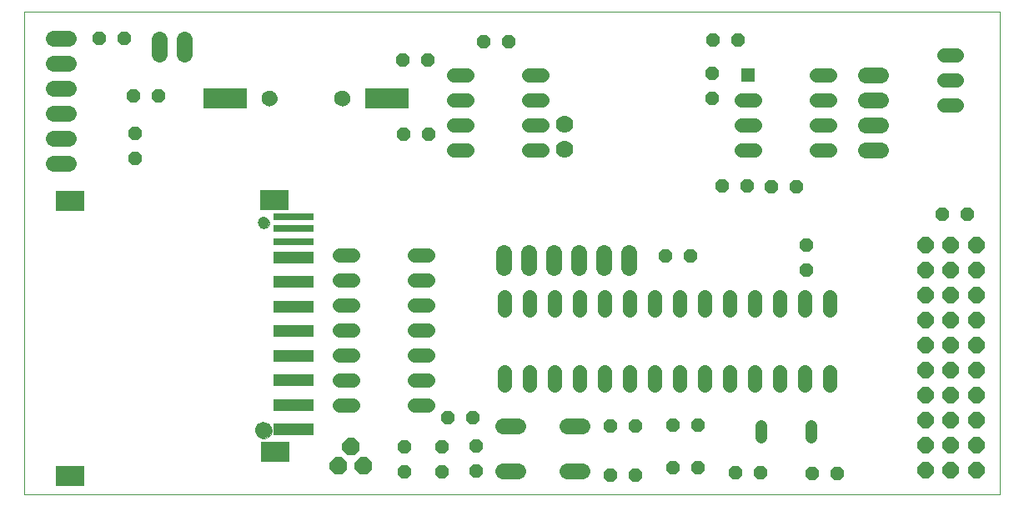
<source format=gts>
G75*
%MOIN*%
%OFA0B0*%
%FSLAX24Y24*%
%IPPOS*%
%LPD*%
%AMOC8*
5,1,8,0,0,1.08239X$1,22.5*
%
%ADD10C,0.0000*%
%ADD11OC8,0.0700*%
%ADD12R,0.1142X0.0827*%
%ADD13R,0.1615X0.0316*%
%ADD14R,0.1615X0.0512*%
%ADD15C,0.0473*%
%ADD16C,0.0670*%
%ADD17C,0.0560*%
%ADD18OC8,0.0640*%
%ADD19R,0.0560X0.0560*%
%ADD20C,0.0640*%
%ADD21C,0.0480*%
%ADD22OC8,0.0560*%
%ADD23R,0.1772X0.0827*%
%ADD24C,0.0631*%
%ADD25C,0.0700*%
D10*
X000180Y000550D02*
X000180Y019841D01*
X039156Y019841D01*
X039156Y000550D01*
X000180Y000550D01*
X009432Y003085D02*
X009434Y003120D01*
X009440Y003155D01*
X009450Y003189D01*
X009463Y003222D01*
X009480Y003253D01*
X009501Y003281D01*
X009524Y003308D01*
X009551Y003331D01*
X009579Y003352D01*
X009610Y003369D01*
X009643Y003382D01*
X009677Y003392D01*
X009712Y003398D01*
X009747Y003400D01*
X009782Y003398D01*
X009817Y003392D01*
X009851Y003382D01*
X009884Y003369D01*
X009915Y003352D01*
X009943Y003331D01*
X009970Y003308D01*
X009993Y003281D01*
X010014Y003253D01*
X010031Y003222D01*
X010044Y003189D01*
X010054Y003155D01*
X010060Y003120D01*
X010062Y003085D01*
X010060Y003050D01*
X010054Y003015D01*
X010044Y002981D01*
X010031Y002948D01*
X010014Y002917D01*
X009993Y002889D01*
X009970Y002862D01*
X009943Y002839D01*
X009915Y002818D01*
X009884Y002801D01*
X009851Y002788D01*
X009817Y002778D01*
X009782Y002772D01*
X009747Y002770D01*
X009712Y002772D01*
X009677Y002778D01*
X009643Y002788D01*
X009610Y002801D01*
X009579Y002818D01*
X009551Y002839D01*
X009524Y002862D01*
X009501Y002889D01*
X009480Y002917D01*
X009463Y002948D01*
X009450Y002981D01*
X009440Y003015D01*
X009434Y003050D01*
X009432Y003085D01*
X009530Y011392D02*
X009532Y011421D01*
X009538Y011449D01*
X009547Y011477D01*
X009560Y011503D01*
X009577Y011526D01*
X009596Y011548D01*
X009618Y011567D01*
X009643Y011582D01*
X009669Y011595D01*
X009697Y011603D01*
X009725Y011608D01*
X009754Y011609D01*
X009783Y011606D01*
X009811Y011599D01*
X009838Y011589D01*
X009864Y011575D01*
X009887Y011558D01*
X009908Y011538D01*
X009926Y011515D01*
X009941Y011490D01*
X009952Y011463D01*
X009960Y011435D01*
X009964Y011406D01*
X009964Y011378D01*
X009960Y011349D01*
X009952Y011321D01*
X009941Y011294D01*
X009926Y011269D01*
X009908Y011246D01*
X009887Y011226D01*
X009864Y011209D01*
X009838Y011195D01*
X009811Y011185D01*
X009783Y011178D01*
X009754Y011175D01*
X009725Y011176D01*
X009697Y011181D01*
X009669Y011189D01*
X009643Y011202D01*
X009618Y011217D01*
X009596Y011236D01*
X009577Y011258D01*
X009560Y011281D01*
X009547Y011307D01*
X009538Y011335D01*
X009532Y011363D01*
X009530Y011392D01*
X009676Y016376D02*
X009678Y016410D01*
X009684Y016444D01*
X009694Y016477D01*
X009707Y016508D01*
X009725Y016538D01*
X009745Y016566D01*
X009769Y016591D01*
X009795Y016613D01*
X009823Y016631D01*
X009854Y016647D01*
X009886Y016659D01*
X009920Y016667D01*
X009954Y016671D01*
X009988Y016671D01*
X010022Y016667D01*
X010056Y016659D01*
X010088Y016647D01*
X010118Y016631D01*
X010147Y016613D01*
X010173Y016591D01*
X010197Y016566D01*
X010217Y016538D01*
X010235Y016508D01*
X010248Y016477D01*
X010258Y016444D01*
X010264Y016410D01*
X010266Y016376D01*
X010264Y016342D01*
X010258Y016308D01*
X010248Y016275D01*
X010235Y016244D01*
X010217Y016214D01*
X010197Y016186D01*
X010173Y016161D01*
X010147Y016139D01*
X010119Y016121D01*
X010088Y016105D01*
X010056Y016093D01*
X010022Y016085D01*
X009988Y016081D01*
X009954Y016081D01*
X009920Y016085D01*
X009886Y016093D01*
X009854Y016105D01*
X009823Y016121D01*
X009795Y016139D01*
X009769Y016161D01*
X009745Y016186D01*
X009725Y016214D01*
X009707Y016244D01*
X009694Y016275D01*
X009684Y016308D01*
X009678Y016342D01*
X009676Y016376D01*
X012590Y016376D02*
X012592Y016410D01*
X012598Y016444D01*
X012608Y016477D01*
X012621Y016508D01*
X012639Y016538D01*
X012659Y016566D01*
X012683Y016591D01*
X012709Y016613D01*
X012737Y016631D01*
X012768Y016647D01*
X012800Y016659D01*
X012834Y016667D01*
X012868Y016671D01*
X012902Y016671D01*
X012936Y016667D01*
X012970Y016659D01*
X013002Y016647D01*
X013032Y016631D01*
X013061Y016613D01*
X013087Y016591D01*
X013111Y016566D01*
X013131Y016538D01*
X013149Y016508D01*
X013162Y016477D01*
X013172Y016444D01*
X013178Y016410D01*
X013180Y016376D01*
X013178Y016342D01*
X013172Y016308D01*
X013162Y016275D01*
X013149Y016244D01*
X013131Y016214D01*
X013111Y016186D01*
X013087Y016161D01*
X013061Y016139D01*
X013033Y016121D01*
X013002Y016105D01*
X012970Y016093D01*
X012936Y016085D01*
X012902Y016081D01*
X012868Y016081D01*
X012834Y016085D01*
X012800Y016093D01*
X012768Y016105D01*
X012737Y016121D01*
X012709Y016139D01*
X012683Y016161D01*
X012659Y016186D01*
X012639Y016214D01*
X012621Y016244D01*
X012608Y016275D01*
X012598Y016308D01*
X012592Y016342D01*
X012590Y016376D01*
D11*
X013231Y002433D03*
X012731Y001683D03*
X013731Y001683D03*
D12*
X010219Y002219D03*
X001991Y001274D03*
X001991Y012258D03*
X010180Y012298D03*
D13*
X010928Y011628D03*
X010928Y011156D03*
X010928Y010644D03*
D14*
X010928Y010014D03*
X010928Y009030D03*
X010928Y008046D03*
X010928Y007061D03*
X010928Y006077D03*
X010928Y005093D03*
X010928Y004109D03*
X010928Y003124D03*
D15*
X009747Y011392D03*
D16*
X009747Y003085D03*
D17*
X012786Y004085D02*
X013306Y004085D01*
X013306Y005085D02*
X012786Y005085D01*
X012786Y006085D02*
X013306Y006085D01*
X013306Y007085D02*
X012786Y007085D01*
X012786Y008085D02*
X013306Y008085D01*
X013306Y009085D02*
X012786Y009085D01*
X012786Y010085D02*
X013306Y010085D01*
X015786Y010085D02*
X016306Y010085D01*
X016306Y009085D02*
X015786Y009085D01*
X015786Y008085D02*
X016306Y008085D01*
X016306Y007085D02*
X015786Y007085D01*
X015786Y006085D02*
X016306Y006085D01*
X016306Y005085D02*
X015786Y005085D01*
X015786Y004085D02*
X016306Y004085D01*
X019369Y004916D02*
X019369Y005436D01*
X020369Y005436D02*
X020369Y004916D01*
X021369Y004916D02*
X021369Y005436D01*
X022369Y005436D02*
X022369Y004916D01*
X023369Y004916D02*
X023369Y005436D01*
X024369Y005436D02*
X024369Y004916D01*
X025369Y004916D02*
X025369Y005436D01*
X026369Y005436D02*
X026369Y004916D01*
X027369Y004916D02*
X027369Y005436D01*
X028369Y005436D02*
X028369Y004916D01*
X029369Y004916D02*
X029369Y005436D01*
X030369Y005436D02*
X030369Y004916D01*
X031369Y004916D02*
X031369Y005436D01*
X032369Y005436D02*
X032369Y004916D01*
X032369Y007916D02*
X032369Y008436D01*
X031369Y008436D02*
X031369Y007916D01*
X030369Y007916D02*
X030369Y008436D01*
X029369Y008436D02*
X029369Y007916D01*
X028369Y007916D02*
X028369Y008436D01*
X027369Y008436D02*
X027369Y007916D01*
X026369Y007916D02*
X026369Y008436D01*
X025369Y008436D02*
X025369Y007916D01*
X024369Y007916D02*
X024369Y008436D01*
X023369Y008436D02*
X023369Y007916D01*
X022369Y007916D02*
X022369Y008436D01*
X021369Y008436D02*
X021369Y007916D01*
X020369Y007916D02*
X020369Y008436D01*
X019369Y008436D02*
X019369Y007916D01*
X020341Y014306D02*
X020861Y014306D01*
X020861Y015306D02*
X020341Y015306D01*
X020341Y016306D02*
X020861Y016306D01*
X020861Y017306D02*
X020341Y017306D01*
X017861Y017306D02*
X017341Y017306D01*
X017341Y016306D02*
X017861Y016306D01*
X017861Y015306D02*
X017341Y015306D01*
X017341Y014306D02*
X017861Y014306D01*
X028837Y014306D02*
X029357Y014306D01*
X029357Y015306D02*
X028837Y015306D01*
X028837Y016306D02*
X029357Y016306D01*
X031837Y016306D02*
X032357Y016306D01*
X032357Y017306D02*
X031837Y017306D01*
X031837Y015306D02*
X032357Y015306D01*
X032357Y014306D02*
X031837Y014306D01*
X036928Y016085D02*
X037448Y016085D01*
X037448Y017085D02*
X036928Y017085D01*
X036928Y018085D02*
X037448Y018085D01*
D18*
X037211Y010491D03*
X036211Y010491D03*
X036211Y009491D03*
X037211Y009491D03*
X038231Y009510D03*
X038231Y008510D03*
X037211Y008491D03*
X036211Y008491D03*
X036211Y007491D03*
X037211Y007491D03*
X038231Y007510D03*
X038231Y006510D03*
X037211Y006491D03*
X036211Y006491D03*
X036211Y005491D03*
X037211Y005491D03*
X038231Y005510D03*
X038231Y004510D03*
X037211Y004491D03*
X036211Y004491D03*
X036211Y003491D03*
X037211Y003491D03*
X038231Y003510D03*
X038231Y002510D03*
X037211Y002491D03*
X036211Y002491D03*
X036211Y001491D03*
X037211Y001491D03*
X038231Y001510D03*
X038231Y010510D03*
D19*
X029097Y017306D03*
D20*
X033805Y017286D02*
X034405Y017286D01*
X034405Y016286D02*
X033805Y016286D01*
X033805Y015286D02*
X034405Y015286D01*
X034405Y014286D02*
X033805Y014286D01*
X024341Y010212D02*
X024341Y009612D01*
X023341Y009612D02*
X023341Y010212D01*
X022341Y010212D02*
X022341Y009612D01*
X021341Y009612D02*
X021341Y010212D01*
X020341Y010212D02*
X020341Y009612D01*
X019341Y009612D02*
X019341Y010212D01*
X019309Y003251D02*
X019909Y003251D01*
X021869Y003251D02*
X022469Y003251D01*
X022469Y001471D02*
X021869Y001471D01*
X019909Y001471D02*
X019309Y001471D01*
X001952Y013782D02*
X001352Y013782D01*
X001352Y014782D02*
X001952Y014782D01*
X001952Y015782D02*
X001352Y015782D01*
X001352Y016782D02*
X001952Y016782D01*
X001952Y017782D02*
X001352Y017782D01*
X001352Y018782D02*
X001952Y018782D01*
X005558Y018731D02*
X005558Y018131D01*
X006558Y018131D02*
X006558Y018731D01*
D21*
X029627Y003254D02*
X029627Y002814D01*
X031627Y002814D02*
X031627Y003254D01*
D22*
X031656Y001365D03*
X032656Y001365D03*
X029617Y001400D03*
X028617Y001400D03*
X027109Y001585D03*
X026109Y001585D03*
X024597Y001302D03*
X023597Y001302D03*
X023597Y003262D03*
X024597Y003262D03*
X026117Y003317D03*
X027117Y003317D03*
X018239Y002451D03*
X016857Y002428D03*
X015365Y002447D03*
X015365Y001447D03*
X016857Y001428D03*
X018239Y001451D03*
X018101Y003617D03*
X017101Y003617D03*
X025822Y010057D03*
X026822Y010057D03*
X031428Y010514D03*
X031428Y009514D03*
X036885Y011727D03*
X037885Y011727D03*
X031034Y012845D03*
X030034Y012845D03*
X029086Y012869D03*
X028086Y012869D03*
X027688Y016369D03*
X027688Y017369D03*
X027708Y018715D03*
X028708Y018715D03*
X019554Y018640D03*
X018554Y018640D03*
X016306Y017892D03*
X015306Y017892D03*
X015349Y014924D03*
X016349Y014924D03*
X005554Y016475D03*
X004554Y016475D03*
X004617Y014967D03*
X004617Y013967D03*
X004176Y018778D03*
X003176Y018778D03*
D23*
X008200Y016376D03*
X014656Y016376D03*
D24*
X012885Y016376D03*
X009971Y016376D03*
D25*
X021771Y015333D03*
X021771Y014333D03*
M02*

</source>
